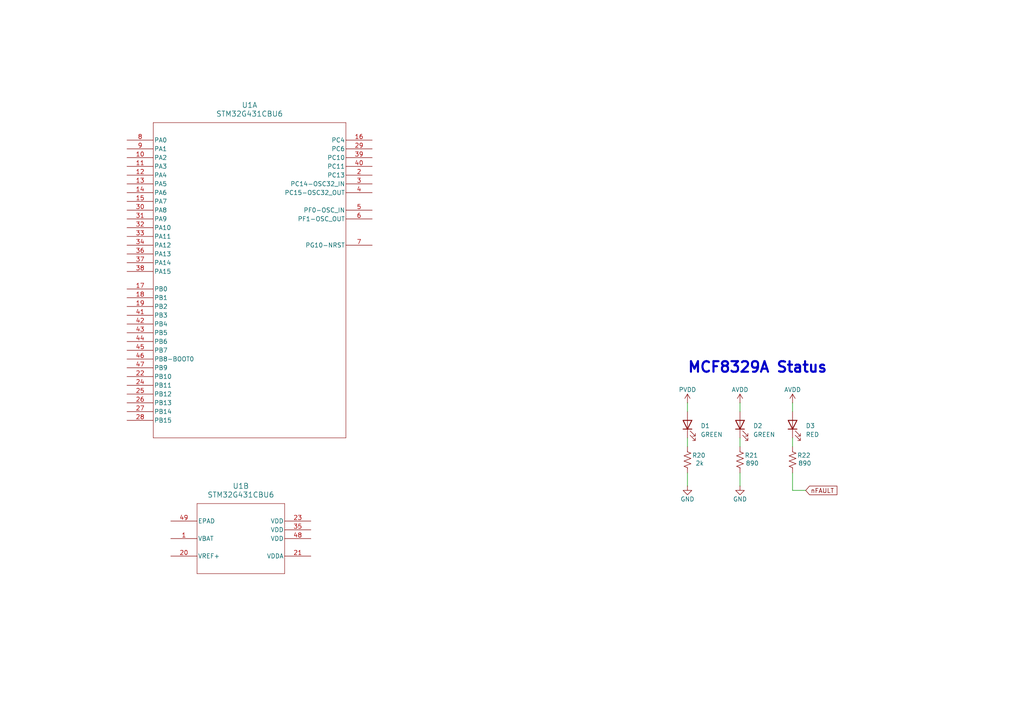
<source format=kicad_sch>
(kicad_sch (version 20231120) (generator "eeschema") (generator_version "8.0")
  (paper "A4")
  (title_block (title "Easy BLDC") (date "2024-08-06") (rev "2.0") (company "Peter Buckley Engineering"))
  (lib_symbols
    (symbol "Device:LED" (pin_numbers hide) (pin_names (offset 1.016) hide)
      (property "Reference" "D" (at 0 2.54 0))
      (property "Value" "LED" (at 0 -2.54 0))
      (symbol "LED_0_1"
        (polyline (pts (xy -1.27 -1.27) (xy -1.27 1.27)) (stroke (width 0.254)))
        (polyline (pts (xy -1.27 0) (xy 1.27 0)))
        (polyline (pts (xy 1.27 -1.27) (xy 1.27 1.27) (xy -1.27 0) (xy 1.27 -1.27)) (stroke (width 0.254)))
        (polyline (pts (xy -3.048 -0.762) (xy -4.572 -2.286) (xy -3.81 -2.286) (xy -4.572 -2.286) (xy -4.572 -1.524)))
        (polyline (pts (xy -1.778 -0.762) (xy -3.302 -2.286) (xy -2.54 -2.286) (xy -3.302 -2.286) (xy -3.302 -1.524)))
      )
      (symbol "LED_1_1"
        (pin passive line (at -3.81 0 0) (length 2.54) (name "K") (number "1"))
        (pin passive line (at 3.81 0 180) (length 2.54) (name "A") (number "2"))
      )
    )
    (symbol "Device:R_US" (pin_numbers hide) (pin_names (offset 0))
      (property "Reference" "R" (at 2.54 0 90))
      (property "Value" "R_US" (at -2.54 0 90))
      (symbol "R_US_0_1"
        (polyline (pts (xy 0 -2.286) (xy 0 -2.54)))
        (polyline (pts (xy 0 2.286) (xy 0 2.54)))
        (polyline (pts (xy 0 -0.762) (xy 1.016 -1.143) (xy 0 -1.524) (xy -1.016 -1.905) (xy 0 -2.286)))
        (polyline (pts (xy 0 0.762) (xy 1.016 0.381) (xy 0 0) (xy -1.016 -0.381) (xy 0 -0.762)))
        (polyline (pts (xy 0 2.286) (xy 1.016 1.905) (xy 0 1.524) (xy -1.016 1.143) (xy 0 0.762)))
      )
      (symbol "R_US_1_1"
        (pin passive line (at 0 3.81 270) (length 1.27) (name "~") (number "1"))
        (pin passive line (at 0 -3.81 90) (length 1.27) (name "~") (number "2"))
      )
    )
    (symbol "EasyBLDC:STM32G431CBU6" (pin_names (offset 0.254))
      (property "Reference" "U" (at 35.56 10.16 0))
      (property "Value" "STM32G431CBU6" (at 35.56 7.62 0))
      (symbol "STM32G431CBU6_1_1"
        (polyline (pts (xy 7.62 -86.36) (xy 63.5 -86.36)) (stroke (width 0.127)))
        (polyline (pts (xy 7.62 5.08) (xy 7.62 -86.36)) (stroke (width 0.127)))
        (polyline (pts (xy 63.5 -86.36) (xy 63.5 5.08)) (stroke (width 0.127)))
        (polyline (pts (xy 63.5 5.08) (xy 7.62 5.08)) (stroke (width 0.127)))
        (pin bidirectional line (at 0 -5.08 0) (length 7.62) (name "PA2") (number "10"))
        (pin bidirectional line (at 0 -7.62 0) (length 7.62) (name "PA3") (number "11"))
        (pin bidirectional line (at 0 -10.16 0) (length 7.62) (name "PA4") (number "12"))
        (pin bidirectional line (at 0 -12.7 0) (length 7.62) (name "PA5") (number "13"))
        (pin bidirectional line (at 0 -15.24 0) (length 7.62) (name "PA6") (number "14"))
        (pin bidirectional line (at 0 -17.78 0) (length 7.62) (name "PA7") (number "15"))
        (pin bidirectional line (at 71.12 0 180) (length 7.62) (name "PC4") (number "16"))
        (pin bidirectional line (at 0 -43.18 0) (length 7.62) (name "PB0") (number "17"))
        (pin bidirectional line (at 0 -45.72 0) (length 7.62) (name "PB1") (number "18"))
        (pin bidirectional line (at 0 -48.26 0) (length 7.62) (name "PB2") (number "19"))
        (pin bidirectional line (at 71.12 -10.16 180) (length 7.62) (name "PC13") (number "2"))
        (pin bidirectional line (at 0 -68.58 0) (length 7.62) (name "PB10") (number "22"))
        (pin bidirectional line (at 0 -71.12 0) (length 7.62) (name "PB11") (number "24"))
        (pin bidirectional line (at 0 -73.66 0) (length 7.62) (name "PB12") (number "25"))
        (pin bidirectional line (at 0 -76.2 0) (length 7.62) (name "PB13") (number "26"))
        (pin bidirectional line (at 0 -78.74 0) (length 7.62) (name "PB14") (number "27"))
        (pin bidirectional line (at 0 -81.28 0) (length 7.62) (name "PB15") (number "28"))
        (pin bidirectional line (at 71.12 -2.54 180) (length 7.62) (name "PC6") (number "29"))
        (pin bidirectional line (at 71.12 -12.7 180) (length 7.62) (name "PC14-OSC32_IN") (number "3"))
        (pin bidirectional line (at 0 -20.32 0) (length 7.62) (name "PA8") (number "30"))
        (pin bidirectional line (at 0 -22.86 0) (length 7.62) (name "PA9") (number "31"))
        (pin bidirectional line (at 0 -25.4 0) (length 7.62) (name "PA10") (number "32"))
        (pin bidirectional line (at 0 -27.94 0) (length 7.62) (name "PA11") (number "33"))
        (pin bidirectional line (at 0 -30.48 0) (length 7.62) (name "PA12") (number "34"))
        (pin bidirectional line (at 0 -33.02 0) (length 7.62) (name "PA13") (number "36"))
        (pin bidirectional line (at 0 -35.56 0) (length 7.62) (name "PA14") (number "37"))
        (pin bidirectional line (at 0 -38.1 0) (length 7.62) (name "PA15") (number "38"))
        (pin bidirectional line (at 71.12 -5.08 180) (length 7.62) (name "PC10") (number "39"))
        (pin bidirectional line (at 71.12 -15.24 180) (length 7.62) (name "PC15-OSC32_OUT") (number "4"))
        (pin bidirectional line (at 71.12 -7.62 180) (length 7.62) (name "PC11") (number "40"))
        (pin bidirectional line (at 0 -50.8 0) (length 7.62) (name "PB3") (number "41"))
        (pin bidirectional line (at 0 -53.34 0) (length 7.62) (name "PB4") (number "42"))
        (pin bidirectional line (at 0 -55.88 0) (length 7.62) (name "PB5") (number "43"))
        (pin bidirectional line (at 0 -58.42 0) (length 7.62) (name "PB6") (number "44"))
        (pin bidirectional line (at 0 -60.96 0) (length 7.62) (name "PB7") (number "45"))
        (pin bidirectional line (at 0 -63.5 0) (length 7.62) (name "PB8-BOOT0") (number "46"))
        (pin bidirectional line (at 0 -66.04 0) (length 7.62) (name "PB9") (number "47"))
        (pin bidirectional line (at 71.12 -20.32 180) (length 7.62) (name "PF0-OSC_IN") (number "5"))
        (pin bidirectional line (at 71.12 -22.86 180) (length 7.62) (name "PF1-OSC_OUT") (number "6"))
        (pin bidirectional line (at 71.12 -30.48 180) (length 7.62) (name "PG10-NRST") (number "7"))
        (pin bidirectional line (at 0 0 0) (length 7.62) (name "PA0") (number "8"))
        (pin bidirectional line (at 0 -2.54 0) (length 7.62) (name "PA1") (number "9"))
      )
      (symbol "STM32G431CBU6_2_1"
        (polyline (pts (xy 7.62 -15.24) (xy 33.02 -15.24)) (stroke (width 0.127)))
        (polyline (pts (xy 7.62 5.08) (xy 7.62 -15.24)) (stroke (width 0.127)))
        (polyline (pts (xy 33.02 -15.24) (xy 33.02 5.08)) (stroke (width 0.127)))
        (polyline (pts (xy 33.02 5.08) (xy 7.62 5.08)) (stroke (width 0.127)))
        (pin power_in line (at 0 -5.08 0) (length 7.62) (name "VBAT") (number "1"))
        (pin power_in line (at 0 -10.16 0) (length 7.62) (name "VREF+") (number "20"))
        (pin power_in line (at 40.64 -10.16 180) (length 7.62) (name "VDDA") (number "21"))
        (pin power_in line (at 40.64 0 180) (length 7.62) (name "VDD") (number "23"))
        (pin power_in line (at 40.64 -2.54 180) (length 7.62) (name "VDD") (number "35"))
        (pin power_in line (at 40.64 -5.08 180) (length 7.62) (name "VDD") (number "48"))
        (pin unspecified line (at 0 0 0) (length 7.62) (name "EPAD") (number "49"))
      )
    )
    (symbol "power:+1V1" (power) (pin_numbers hide) (pin_names (offset 0) hide)
      (property "Value" "+1V1" (at 0 3.556 0))
      (symbol "+1V1_0_1"
        (polyline (pts (xy -0.762 1.27) (xy 0 2.54)))
        (polyline (pts (xy 0 0) (xy 0 2.54)))
        (polyline (pts (xy 0 2.54) (xy 0.762 1.27)))
      )
      (symbol "+1V1_1_1"
        (pin power_in line (at 0 0 90) (length 0) (name "~") (number "1"))
      )
    )
    (symbol "power:GND" (power) (pin_numbers hide) (pin_names (offset 0) hide)
      (property "Value" "GND" (at 0 -3.81 0))
      (symbol "GND_0_1"
        (polyline (pts (xy 0 0) (xy 0 -1.27) (xy 1.27 -1.27) (xy 0 -2.54) (xy -1.27 -1.27) (xy 0 -1.27)))
      )
      (symbol "GND_1_1"
        (pin power_in line (at 0 0 270) (length 0) (name "~") (number "1"))
      )
    )
  )
  (wire (pts (xy 214.63 116.84) (xy 214.63 119.38)))
  (wire (pts (xy 229.87 137.16) (xy 229.87 142.24)))
  (wire (pts (xy 199.39 127) (xy 199.39 129.54)))
  (wire (pts (xy 229.87 142.24) (xy 233.68 142.24)))
  (wire (pts (xy 214.63 137.16) (xy 214.63 140.97)))
  (wire (pts (xy 199.39 116.84) (xy 199.39 119.38)))
  (wire (pts (xy 229.87 116.84) (xy 229.87 119.38)))
  (wire (pts (xy 199.39 137.16) (xy 199.39 140.97)))
  (wire (pts (xy 229.87 127) (xy 229.87 129.54)))
  (wire (pts (xy 214.63 127) (xy 214.63 129.54)))
  (text "MCF8329A Status\n" (at 219.71 106.68 0) (effects (font (size 3.048 3.048) (bold yes))))
  (global_label "nFAULT" (shape input) (at 233.68 142.24 0) (property "Intersheetrefs" "${INTERSHEET_REFS}" (effects (hide yes))))
  (symbol (lib_id "Device:LED") (at 199.39 123.19 90) (unit 1)
    (property "Reference" "D1" (at 203.2 123.5074 90) (effects (justify right)))
    (property "Value" "GREEN" (at 203.2 126.0474 90) (effects (justify right)))
    (property "Footprint" "LED_SMD:LED_0805_2012Metric" (effects (hide yes)))
    (property "Description" "Light emitting diode" (effects (hide yes)))
  )
  (symbol (lib_id "Device:LED") (at 214.63 123.19 90) (unit 1)
    (property "Reference" "D2" (at 218.44 123.5074 90) (effects (justify right)))
    (property "Value" "GREEN" (at 218.44 126.0474 90) (effects (justify right)))
    (property "Footprint" "LED_SMD:LED_0805_2012Metric" (effects (hide yes)))
    (property "Description" "Light emitting diode" (effects (hide yes)))
  )
  (symbol (lib_id "power:+1V1") (at 229.87 116.84 0) (unit 1)
    (property "Reference" "#PWR021" (effects (hide yes)))
    (property "Value" "AVDD" (at 229.87 113.03 0))
    (property "Description" "Power symbol creates a global label with name \"+1V1\"" (effects (hide yes)))
  )
  (symbol (lib_id "power:GND") (at 199.39 140.97 0) (unit 1)
    (property "Reference" "#PWR023" (effects (hide yes)))
    (property "Value" "GND" (at 199.39 144.78 0))
    (property "Description" "Power symbol creates a global label with name \"GND\" , ground" (effects (hide yes)))
  )
  (symbol (lib_id "Device:R_US") (at 199.39 133.35 180) (unit 1)
    (property "Reference" "R20" (at 202.692 132.08 0))
    (property "Value" "2k" (at 202.946 134.366 0))
    (property "Footprint" "Resistor_SMD:R_0603_1608Metric" (effects (hide yes)))
    (property "Description" "Resistor, US symbol" (effects (hide yes)))
  )
  (symbol (lib_id "Device:R_US") (at 214.63 133.35 180) (unit 1)
    (property "Reference" "R21" (at 217.932 132.08 0))
    (property "Value" "890" (at 218.186 134.366 0))
    (property "Footprint" "Resistor_SMD:R_0603_1608Metric" (effects (hide yes)))
    (property "Description" "Resistor, US symbol" (effects (hide yes)))
  )
  (symbol (lib_id "power:+1V1") (at 199.39 116.84 0) (unit 1)
    (property "Reference" "#PWR019" (effects (hide yes)))
    (property "Value" "PVDD" (at 199.39 113.03 0))
    (property "Description" "Power symbol creates a global label with name \"+1V1\"" (effects (hide yes)))
  )
  (symbol (lib_id "power:GND") (at 214.63 140.97 0) (unit 1)
    (property "Reference" "#PWR024" (effects (hide yes)))
    (property "Value" "GND" (at 214.63 144.78 0))
    (property "Description" "Power symbol creates a global label with name \"GND\" , ground" (effects (hide yes)))
  )
  (symbol (lib_id "Device:LED") (at 229.87 123.19 90) (unit 1)
    (property "Reference" "D3" (at 233.68 123.5074 90) (effects (justify right)))
    (property "Value" "RED" (at 233.68 126.0474 90) (effects (justify right)))
    (property "Footprint" "LED_SMD:LED_0805_2012Metric" (effects (hide yes)))
    (property "Description" "Light emitting diode" (effects (hide yes)))
  )
  (symbol (lib_id "EasyBLDC:STM32G431CBU6") (at 49.53 151.13 0) (unit 2)
    (property "Reference" "U1" (at 69.85 140.97 0) (effects (font (size 1.524 1.524))))
    (property "Value" "STM32G431CBU6" (at 69.85 143.51 0) (effects (font (size 1.524 1.524))))
    (property "Footprint" "UFQFPN-48_7X7X0P55MM" (effects (hide yes)))
    (property "Datasheet" "STM32G431CBU6" (effects (hide yes)))
  )
  (symbol (lib_id "EasyBLDC:STM32G431CBU6") (at 36.83 40.64 0) (unit 1)
    (property "Reference" "U1" (at 72.39 30.48 0) (effects (font (size 1.524 1.524))))
    (property "Value" "STM32G431CBU6" (at 72.39 33.02 0) (effects (font (size 1.524 1.524))))
    (property "Footprint" "UFQFPN-48_7X7X0P55MM" (effects (hide yes)))
    (property "Datasheet" "STM32G431CBU6" (effects (hide yes)))
  )
  (symbol (lib_id "Device:R_US") (at 229.87 133.35 180) (unit 1)
    (property "Reference" "R22" (at 233.172 132.08 0))
    (property "Value" "890" (at 233.426 134.366 0))
    (property "Footprint" "Resistor_SMD:R_0603_1608Metric" (effects (hide yes)))
    (property "Description" "Resistor, US symbol" (effects (hide yes)))
  )
  (symbol (lib_id "power:+1V1") (at 214.63 116.84 0) (unit 1)
    (property "Reference" "#PWR020" (effects (hide yes)))
    (property "Value" "AVDD" (at 214.63 113.03 0))
    (property "Description" "Power symbol creates a global label with name \"+1V1\"" (effects (hide yes)))
  )
)
</source>
